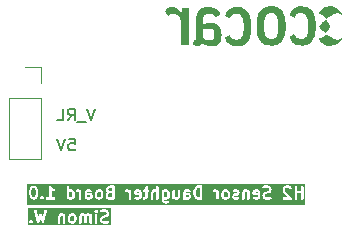
<source format=gbr>
%TF.GenerationSoftware,KiCad,Pcbnew,7.0.6*%
%TF.CreationDate,2023-12-01T18:18:27-07:00*%
%TF.ProjectId,modular sensor,6d6f6475-6c61-4722-9073-656e736f722e,1.0*%
%TF.SameCoordinates,Original*%
%TF.FileFunction,Legend,Bot*%
%TF.FilePolarity,Positive*%
%FSLAX46Y46*%
G04 Gerber Fmt 4.6, Leading zero omitted, Abs format (unit mm)*
G04 Created by KiCad (PCBNEW 7.0.6) date 2023-12-01 18:18:27*
%MOMM*%
%LPD*%
G01*
G04 APERTURE LIST*
%ADD10C,0.150000*%
%ADD11C,0.200000*%
%ADD12C,0.120000*%
G04 APERTURE END LIST*
D10*
X130733922Y-96151819D02*
X131210112Y-96151819D01*
X131210112Y-96151819D02*
X131257731Y-96628009D01*
X131257731Y-96628009D02*
X131210112Y-96580390D01*
X131210112Y-96580390D02*
X131114874Y-96532771D01*
X131114874Y-96532771D02*
X130876779Y-96532771D01*
X130876779Y-96532771D02*
X130781541Y-96580390D01*
X130781541Y-96580390D02*
X130733922Y-96628009D01*
X130733922Y-96628009D02*
X130686303Y-96723247D01*
X130686303Y-96723247D02*
X130686303Y-96961342D01*
X130686303Y-96961342D02*
X130733922Y-97056580D01*
X130733922Y-97056580D02*
X130781541Y-97104200D01*
X130781541Y-97104200D02*
X130876779Y-97151819D01*
X130876779Y-97151819D02*
X131114874Y-97151819D01*
X131114874Y-97151819D02*
X131210112Y-97104200D01*
X131210112Y-97104200D02*
X131257731Y-97056580D01*
X130400588Y-96151819D02*
X130067255Y-97151819D01*
X130067255Y-97151819D02*
X129733922Y-96151819D01*
D11*
G36*
X139018517Y-100676357D02*
G01*
X139043186Y-100701025D01*
X139072991Y-100760634D01*
X139072991Y-100999135D01*
X139043186Y-101058743D01*
X139018517Y-101083413D01*
X138958908Y-101113219D01*
X138815646Y-101113219D01*
X138796801Y-101103796D01*
X138796801Y-100655974D01*
X138815646Y-100646552D01*
X138958908Y-100646552D01*
X139018517Y-100676357D01*
G37*
G36*
X127828039Y-100343024D02*
G01*
X127852708Y-100367692D01*
X127888161Y-100438599D01*
X127930132Y-100606480D01*
X127930132Y-100819956D01*
X127888161Y-100987837D01*
X127852708Y-101058743D01*
X127828039Y-101083413D01*
X127768430Y-101113219D01*
X127720406Y-101113219D01*
X127660796Y-101083414D01*
X127636129Y-101058746D01*
X127600674Y-100987837D01*
X127558703Y-100819955D01*
X127558703Y-100606481D01*
X127600674Y-100438599D01*
X127636128Y-100367692D01*
X127660796Y-100343023D01*
X127720406Y-100313219D01*
X127768430Y-100313219D01*
X127828039Y-100343024D01*
G37*
G36*
X130970896Y-100676357D02*
G01*
X130995565Y-100701025D01*
X131025370Y-100760634D01*
X131025370Y-100999134D01*
X130995565Y-101058743D01*
X130970896Y-101083413D01*
X130911287Y-101113219D01*
X130768025Y-101113219D01*
X130749180Y-101103796D01*
X130749180Y-100655974D01*
X130768025Y-100646552D01*
X130911287Y-100646552D01*
X130970896Y-100676357D01*
G37*
G36*
X132527025Y-100954421D02*
G01*
X132549179Y-100998729D01*
X132549179Y-101046754D01*
X132527025Y-101091063D01*
X132482716Y-101113219D01*
X132291835Y-101113219D01*
X132272990Y-101103796D01*
X132272990Y-100932266D01*
X132482716Y-100932266D01*
X132527025Y-100954421D01*
G37*
G36*
X133399468Y-100676357D02*
G01*
X133424137Y-100701025D01*
X133453942Y-100760635D01*
X133453942Y-100999135D01*
X133424137Y-101058743D01*
X133399468Y-101083413D01*
X133339859Y-101113219D01*
X133244216Y-101113219D01*
X133184606Y-101083414D01*
X133159939Y-101058746D01*
X133130132Y-100999134D01*
X133130132Y-100760635D01*
X133159938Y-100701025D01*
X133184606Y-100676356D01*
X133244216Y-100646552D01*
X133339859Y-100646552D01*
X133399468Y-100676357D01*
G37*
G36*
X134406323Y-101113219D02*
G01*
X134148978Y-101113219D01*
X134089368Y-101083414D01*
X134064701Y-101058746D01*
X134034895Y-100999134D01*
X134034895Y-100903492D01*
X134064700Y-100843882D01*
X134084151Y-100824430D01*
X134189216Y-100789409D01*
X134406323Y-100789409D01*
X134406323Y-101113219D01*
G37*
G36*
X134406323Y-100589409D02*
G01*
X134196597Y-100589409D01*
X134136987Y-100559604D01*
X134112319Y-100534935D01*
X134082514Y-100475325D01*
X134082514Y-100427302D01*
X134112319Y-100367692D01*
X134136987Y-100343023D01*
X134196597Y-100313219D01*
X134406323Y-100313219D01*
X134406323Y-100589409D01*
G37*
G36*
X136669883Y-100668707D02*
G01*
X136692038Y-100713016D01*
X136692038Y-100757904D01*
X136420552Y-100703607D01*
X136438003Y-100668706D01*
X136482312Y-100646552D01*
X136625574Y-100646552D01*
X136669883Y-100668707D01*
G37*
G36*
X140860360Y-100954421D02*
G01*
X140882515Y-100998730D01*
X140882515Y-101046754D01*
X140860360Y-101091063D01*
X140816051Y-101113219D01*
X140625170Y-101113219D01*
X140606325Y-101103796D01*
X140606325Y-100932266D01*
X140816051Y-100932266D01*
X140860360Y-100954421D01*
G37*
G36*
X141834896Y-101113219D02*
G01*
X141713027Y-101113219D01*
X141607962Y-101078197D01*
X141540892Y-101011127D01*
X141505438Y-100940218D01*
X141463468Y-100772336D01*
X141463468Y-100654100D01*
X141505438Y-100486218D01*
X141540891Y-100415312D01*
X141607963Y-100348240D01*
X141713027Y-100313219D01*
X141834896Y-100313219D01*
X141834896Y-101113219D01*
G37*
G36*
X144113756Y-100676357D02*
G01*
X144138425Y-100701025D01*
X144168230Y-100760634D01*
X144168230Y-100999134D01*
X144138425Y-101058743D01*
X144113756Y-101083413D01*
X144054147Y-101113219D01*
X143958504Y-101113219D01*
X143898894Y-101083414D01*
X143874227Y-101058746D01*
X143844421Y-100999134D01*
X143844421Y-100760635D01*
X143874226Y-100701025D01*
X143898894Y-100676356D01*
X143958504Y-100646552D01*
X144054147Y-100646552D01*
X144113756Y-100676357D01*
G37*
G36*
X146717504Y-100668707D02*
G01*
X146739659Y-100713016D01*
X146739659Y-100757904D01*
X146468173Y-100703607D01*
X146485624Y-100668706D01*
X146529933Y-100646552D01*
X146673195Y-100646552D01*
X146717504Y-100668707D01*
G37*
G36*
X150749183Y-101789409D02*
G01*
X127215847Y-101789409D01*
X127215847Y-101356076D01*
X138596801Y-101356076D01*
X138603924Y-101377999D01*
X138607358Y-101400797D01*
X138654977Y-101496035D01*
X138666350Y-101507582D01*
X138673709Y-101522025D01*
X138721328Y-101569643D01*
X138735769Y-101577001D01*
X138747318Y-101588376D01*
X138842555Y-101635995D01*
X138865353Y-101639428D01*
X138887277Y-101646552D01*
X139030134Y-101646552D01*
X139052057Y-101639428D01*
X139074855Y-101635995D01*
X139170093Y-101588376D01*
X139214126Y-101545007D01*
X139224257Y-101484040D01*
X139196617Y-101428761D01*
X139141765Y-101400285D01*
X139080650Y-101409490D01*
X139006527Y-101446552D01*
X138910884Y-101446552D01*
X138851274Y-101416747D01*
X138826606Y-101392078D01*
X138796801Y-101332468D01*
X138796801Y-101313219D01*
X138982515Y-101313219D01*
X139004438Y-101306095D01*
X139027236Y-101302662D01*
X139122474Y-101255043D01*
X139134022Y-101243668D01*
X139148464Y-101236310D01*
X139171555Y-101213219D01*
X139501563Y-101213219D01*
X139520661Y-101271998D01*
X139570661Y-101308325D01*
X139632465Y-101308325D01*
X139664489Y-101285057D01*
X139699698Y-101302662D01*
X139722496Y-101306095D01*
X139744420Y-101313219D01*
X139887277Y-101313219D01*
X139909200Y-101306095D01*
X139931998Y-101302662D01*
X140027236Y-101255043D01*
X140027802Y-101254484D01*
X140028590Y-101254354D01*
X140049783Y-101232835D01*
X140069700Y-101213219D01*
X140406325Y-101213219D01*
X140425423Y-101271998D01*
X140475423Y-101308325D01*
X140537227Y-101308325D01*
X140549839Y-101299161D01*
X140556841Y-101302662D01*
X140579639Y-101306095D01*
X140601563Y-101313219D01*
X140839658Y-101313219D01*
X140861581Y-101306095D01*
X140884379Y-101302662D01*
X140979617Y-101255043D01*
X140980183Y-101254484D01*
X140980971Y-101254354D01*
X141002164Y-101232835D01*
X141023650Y-101211674D01*
X141023780Y-101210887D01*
X141024339Y-101210321D01*
X141071958Y-101115082D01*
X141075391Y-101092284D01*
X141082515Y-101070361D01*
X141082515Y-100975123D01*
X141075391Y-100953199D01*
X141071958Y-100930401D01*
X141024339Y-100835164D01*
X141023780Y-100834597D01*
X141023650Y-100833811D01*
X141002147Y-100812633D01*
X140980970Y-100791131D01*
X140980183Y-100791000D01*
X140979617Y-100790442D01*
X140968027Y-100784647D01*
X141263468Y-100784647D01*
X141267314Y-100796484D01*
X141266454Y-100808901D01*
X141314073Y-100999376D01*
X141319983Y-101008822D01*
X141321644Y-101019844D01*
X141369263Y-101115082D01*
X141380637Y-101126630D01*
X141387995Y-101141071D01*
X141483233Y-101236311D01*
X141503777Y-101246779D01*
X141522321Y-101260468D01*
X141665178Y-101308087D01*
X141681385Y-101308210D01*
X141696801Y-101313219D01*
X141934896Y-101313219D01*
X141949959Y-101308325D01*
X141965798Y-101308325D01*
X141978611Y-101299015D01*
X141993675Y-101294121D01*
X142002984Y-101281307D01*
X142015798Y-101271998D01*
X142020692Y-101256934D01*
X142030002Y-101244121D01*
X142030002Y-101228281D01*
X142034896Y-101213219D01*
X142034896Y-100577454D01*
X142935029Y-100577454D01*
X142971356Y-100627454D01*
X143030135Y-100646552D01*
X143101766Y-100646552D01*
X143161375Y-100676357D01*
X143186044Y-100701025D01*
X143215849Y-100760635D01*
X143215849Y-101213219D01*
X143234947Y-101271998D01*
X143284947Y-101308325D01*
X143346751Y-101308325D01*
X143396751Y-101271998D01*
X143415849Y-101213219D01*
X143415849Y-101022742D01*
X143644421Y-101022742D01*
X143651544Y-101044665D01*
X143654978Y-101067463D01*
X143702597Y-101162701D01*
X143713970Y-101174248D01*
X143721329Y-101188690D01*
X143768947Y-101236310D01*
X143783390Y-101243669D01*
X143794938Y-101255043D01*
X143890175Y-101302662D01*
X143912973Y-101306095D01*
X143934897Y-101313219D01*
X144077754Y-101313219D01*
X144099677Y-101306095D01*
X144122475Y-101302662D01*
X144217713Y-101255043D01*
X144229261Y-101243668D01*
X144243703Y-101236310D01*
X144291322Y-101188690D01*
X144298679Y-101174249D01*
X144310054Y-101162701D01*
X144356224Y-101070361D01*
X144549183Y-101070361D01*
X144556306Y-101092284D01*
X144559740Y-101115082D01*
X144607359Y-101210321D01*
X144607917Y-101210887D01*
X144608048Y-101211674D01*
X144629533Y-101232835D01*
X144650727Y-101254354D01*
X144651514Y-101254484D01*
X144652081Y-101255043D01*
X144747318Y-101302662D01*
X144770116Y-101306095D01*
X144792040Y-101313219D01*
X144982516Y-101313219D01*
X145004439Y-101306095D01*
X145027237Y-101302662D01*
X145122475Y-101255043D01*
X145164939Y-101213219D01*
X145406326Y-101213219D01*
X145425424Y-101271998D01*
X145475424Y-101308325D01*
X145537228Y-101308325D01*
X145587228Y-101271998D01*
X145606326Y-101213219D01*
X145606326Y-100713016D01*
X145628481Y-100668706D01*
X145672790Y-100646552D01*
X145768433Y-100646552D01*
X145828042Y-100676357D01*
X145834897Y-100683211D01*
X145834897Y-101213219D01*
X145853995Y-101271998D01*
X145903995Y-101308325D01*
X145965799Y-101308325D01*
X146015799Y-101271998D01*
X146034897Y-101213219D01*
X146034897Y-100784647D01*
X146263469Y-100784647D01*
X146265332Y-100790383D01*
X146264150Y-100796297D01*
X146274735Y-100819322D01*
X146282567Y-100843426D01*
X146287446Y-100846970D01*
X146289965Y-100852450D01*
X146312061Y-100864855D01*
X146332567Y-100879753D01*
X146338599Y-100879753D01*
X146343857Y-100882705D01*
X146739659Y-100961865D01*
X146739659Y-101046754D01*
X146717504Y-101091063D01*
X146673195Y-101113219D01*
X146529933Y-101113219D01*
X146455809Y-101076157D01*
X146394695Y-101066952D01*
X146339842Y-101095428D01*
X146312203Y-101150707D01*
X146322334Y-101211674D01*
X146366367Y-101255043D01*
X146461604Y-101302662D01*
X146484402Y-101306095D01*
X146506326Y-101313219D01*
X146696802Y-101313219D01*
X146718725Y-101306095D01*
X146741523Y-101302662D01*
X146836761Y-101255043D01*
X146837327Y-101254484D01*
X146838115Y-101254354D01*
X146859308Y-101232835D01*
X146880794Y-101211674D01*
X146880924Y-101210887D01*
X146881483Y-101210321D01*
X146929102Y-101115082D01*
X146932535Y-101092284D01*
X146939659Y-101070361D01*
X146939659Y-101022742D01*
X147120612Y-101022742D01*
X147127735Y-101044665D01*
X147131169Y-101067463D01*
X147178788Y-101162701D01*
X147190161Y-101174248D01*
X147197520Y-101188690D01*
X147245138Y-101236310D01*
X147259581Y-101243669D01*
X147271129Y-101255043D01*
X147366366Y-101302662D01*
X147389164Y-101306095D01*
X147411088Y-101313219D01*
X147649183Y-101313219D01*
X147664598Y-101308210D01*
X147680806Y-101308087D01*
X147823662Y-101260468D01*
X147873386Y-101223763D01*
X147892037Y-101164841D01*
X147872493Y-101106209D01*
X147822219Y-101070262D01*
X147760417Y-101070732D01*
X147632956Y-101113219D01*
X147434695Y-101113219D01*
X147375085Y-101083414D01*
X147350418Y-101058746D01*
X147320612Y-100999134D01*
X147320612Y-100951111D01*
X147350417Y-100891501D01*
X147375085Y-100866832D01*
X147445992Y-100831379D01*
X147625817Y-100786423D01*
X147635263Y-100780512D01*
X147646285Y-100778852D01*
X147741523Y-100731233D01*
X147753070Y-100719859D01*
X147767513Y-100712501D01*
X147815131Y-100664882D01*
X147822489Y-100650440D01*
X147833864Y-100638892D01*
X147881483Y-100543655D01*
X147884916Y-100520856D01*
X147892040Y-100498933D01*
X148834898Y-100498933D01*
X148839906Y-100514348D01*
X148840030Y-100530556D01*
X148887649Y-100673412D01*
X148901338Y-100691957D01*
X148911806Y-100712501D01*
X149312523Y-101113219D01*
X148934898Y-101113219D01*
X148876119Y-101132317D01*
X148839792Y-101182317D01*
X148839792Y-101244121D01*
X148876119Y-101294121D01*
X148934898Y-101313219D01*
X149553945Y-101313219D01*
X149576214Y-101305983D01*
X149599344Y-101302320D01*
X149605049Y-101296614D01*
X149612724Y-101294121D01*
X149626489Y-101275174D01*
X149643046Y-101258618D01*
X149644308Y-101250648D01*
X149649051Y-101244121D01*
X149649051Y-101220703D01*
X149650236Y-101213219D01*
X149834898Y-101213219D01*
X149853996Y-101271998D01*
X149903996Y-101308325D01*
X149965800Y-101308325D01*
X150015800Y-101271998D01*
X150034898Y-101213219D01*
X150034898Y-100789409D01*
X150406326Y-100789409D01*
X150406326Y-101213219D01*
X150425424Y-101271998D01*
X150475424Y-101308325D01*
X150537228Y-101308325D01*
X150587228Y-101271998D01*
X150606326Y-101213219D01*
X150606326Y-100213219D01*
X150587228Y-100154440D01*
X150537228Y-100118113D01*
X150475424Y-100118113D01*
X150425424Y-100154440D01*
X150406326Y-100213219D01*
X150406326Y-100589409D01*
X150034898Y-100589409D01*
X150034898Y-100213219D01*
X150015800Y-100154440D01*
X149965800Y-100118113D01*
X149903996Y-100118113D01*
X149853996Y-100154440D01*
X149834898Y-100213219D01*
X149834898Y-101213219D01*
X149650236Y-101213219D01*
X149652714Y-101197576D01*
X149649051Y-101190386D01*
X149649051Y-101182317D01*
X149635286Y-101163371D01*
X149624656Y-101142508D01*
X149069919Y-100587770D01*
X149034898Y-100482705D01*
X149034898Y-100427302D01*
X149064703Y-100367692D01*
X149089371Y-100343023D01*
X149148981Y-100313219D01*
X149339862Y-100313219D01*
X149399471Y-100343024D01*
X149435615Y-100379167D01*
X149490682Y-100407226D01*
X149551725Y-100397558D01*
X149595427Y-100353856D01*
X149605095Y-100292813D01*
X149577036Y-100237746D01*
X149529418Y-100190127D01*
X149514975Y-100182768D01*
X149503428Y-100171395D01*
X149408190Y-100123776D01*
X149385392Y-100120342D01*
X149363469Y-100113219D01*
X149125374Y-100113219D01*
X149103450Y-100120342D01*
X149080652Y-100123776D01*
X148985415Y-100171395D01*
X148973866Y-100182769D01*
X148959425Y-100190128D01*
X148911806Y-100237746D01*
X148904447Y-100252188D01*
X148893074Y-100263736D01*
X148845455Y-100358974D01*
X148842021Y-100381771D01*
X148834898Y-100403695D01*
X148834898Y-100498933D01*
X147892040Y-100498933D01*
X147892040Y-100403695D01*
X147884916Y-100381771D01*
X147881483Y-100358973D01*
X147833864Y-100263736D01*
X147822489Y-100252187D01*
X147815131Y-100237746D01*
X147767513Y-100190127D01*
X147753070Y-100182768D01*
X147741523Y-100171395D01*
X147646285Y-100123776D01*
X147623487Y-100120342D01*
X147601564Y-100113219D01*
X147363469Y-100113219D01*
X147348053Y-100118227D01*
X147331846Y-100118351D01*
X147188989Y-100165970D01*
X147139266Y-100202675D01*
X147120614Y-100261597D01*
X147140159Y-100320229D01*
X147190433Y-100356176D01*
X147252235Y-100355706D01*
X147379695Y-100313219D01*
X147577957Y-100313219D01*
X147637566Y-100343024D01*
X147662235Y-100367692D01*
X147692040Y-100427301D01*
X147692040Y-100475325D01*
X147662235Y-100534935D01*
X147637566Y-100559603D01*
X147566659Y-100595057D01*
X147386834Y-100640014D01*
X147377387Y-100645924D01*
X147366366Y-100647585D01*
X147271129Y-100695204D01*
X147259580Y-100706578D01*
X147245139Y-100713937D01*
X147197520Y-100761555D01*
X147190161Y-100775997D01*
X147178788Y-100787545D01*
X147131169Y-100882783D01*
X147127735Y-100905580D01*
X147120612Y-100927504D01*
X147120612Y-101022742D01*
X146939659Y-101022742D01*
X146939659Y-100689409D01*
X146932535Y-100667485D01*
X146929102Y-100644687D01*
X146881483Y-100549450D01*
X146880924Y-100548883D01*
X146880794Y-100548097D01*
X146859291Y-100526919D01*
X146838114Y-100505417D01*
X146837327Y-100505286D01*
X146836761Y-100504728D01*
X146741523Y-100457109D01*
X146718725Y-100453675D01*
X146696802Y-100446552D01*
X146506326Y-100446552D01*
X146484402Y-100453675D01*
X146461604Y-100457109D01*
X146366367Y-100504728D01*
X146365800Y-100505286D01*
X146365014Y-100505417D01*
X146343836Y-100526919D01*
X146322334Y-100548097D01*
X146322203Y-100548883D01*
X146321645Y-100549450D01*
X146274026Y-100644688D01*
X146270592Y-100667485D01*
X146263469Y-100689409D01*
X146263469Y-100784647D01*
X146034897Y-100784647D01*
X146034897Y-100546552D01*
X146015799Y-100487773D01*
X145965799Y-100451446D01*
X145903995Y-100451446D01*
X145871969Y-100474713D01*
X145836761Y-100457109D01*
X145813963Y-100453675D01*
X145792040Y-100446552D01*
X145649183Y-100446552D01*
X145627259Y-100453675D01*
X145604461Y-100457109D01*
X145509224Y-100504728D01*
X145508657Y-100505286D01*
X145507871Y-100505417D01*
X145486693Y-100526919D01*
X145465191Y-100548097D01*
X145465060Y-100548883D01*
X145464502Y-100549450D01*
X145416883Y-100644688D01*
X145413449Y-100667485D01*
X145406326Y-100689409D01*
X145406326Y-101213219D01*
X145164939Y-101213219D01*
X145166508Y-101211674D01*
X145176639Y-101150707D01*
X145148999Y-101095428D01*
X145094147Y-101066952D01*
X145033032Y-101076157D01*
X144958909Y-101113219D01*
X144815647Y-101113219D01*
X144771337Y-101091064D01*
X144749183Y-101046754D01*
X144749183Y-101046349D01*
X144771338Y-101002039D01*
X144815647Y-100979885D01*
X144934897Y-100979885D01*
X144956820Y-100972761D01*
X144979618Y-100969328D01*
X145074856Y-100921709D01*
X145075422Y-100921150D01*
X145076209Y-100921020D01*
X145097386Y-100899517D01*
X145118889Y-100878340D01*
X145119019Y-100877553D01*
X145119578Y-100876987D01*
X145167197Y-100781750D01*
X145170630Y-100758951D01*
X145177754Y-100737028D01*
X145177754Y-100689409D01*
X145170630Y-100667485D01*
X145167197Y-100644687D01*
X145119578Y-100549450D01*
X145119019Y-100548883D01*
X145118889Y-100548097D01*
X145097386Y-100526919D01*
X145076209Y-100505417D01*
X145075422Y-100505286D01*
X145074856Y-100504728D01*
X144979618Y-100457109D01*
X144956820Y-100453675D01*
X144934897Y-100446552D01*
X144792040Y-100446552D01*
X144770116Y-100453675D01*
X144747318Y-100457109D01*
X144652081Y-100504728D01*
X144608048Y-100548097D01*
X144597917Y-100609064D01*
X144625556Y-100664343D01*
X144680409Y-100692819D01*
X144741523Y-100683614D01*
X144815647Y-100646552D01*
X144911290Y-100646552D01*
X144955599Y-100668707D01*
X144977754Y-100713016D01*
X144977754Y-100713420D01*
X144955599Y-100757729D01*
X144911290Y-100779885D01*
X144792040Y-100779885D01*
X144770116Y-100787008D01*
X144747318Y-100790442D01*
X144652081Y-100838061D01*
X144651514Y-100838619D01*
X144650728Y-100838750D01*
X144629550Y-100860252D01*
X144608048Y-100881430D01*
X144607917Y-100882216D01*
X144607359Y-100882783D01*
X144559740Y-100978021D01*
X144556306Y-101000818D01*
X144549183Y-101022742D01*
X144549183Y-101070361D01*
X144356224Y-101070361D01*
X144357673Y-101067464D01*
X144361106Y-101044665D01*
X144368230Y-101022742D01*
X144368230Y-100737028D01*
X144361106Y-100715104D01*
X144357673Y-100692306D01*
X144310054Y-100597069D01*
X144298679Y-100585520D01*
X144291321Y-100571079D01*
X144243703Y-100523460D01*
X144229260Y-100516101D01*
X144217713Y-100504728D01*
X144122475Y-100457109D01*
X144099677Y-100453675D01*
X144077754Y-100446552D01*
X143934897Y-100446552D01*
X143912973Y-100453675D01*
X143890175Y-100457109D01*
X143794938Y-100504728D01*
X143783389Y-100516102D01*
X143768948Y-100523461D01*
X143721329Y-100571079D01*
X143713970Y-100585521D01*
X143702597Y-100597069D01*
X143654978Y-100692307D01*
X143651544Y-100715104D01*
X143644421Y-100737028D01*
X143644421Y-101022742D01*
X143415849Y-101022742D01*
X143415849Y-100546552D01*
X143396751Y-100487773D01*
X143346751Y-100451446D01*
X143284947Y-100451446D01*
X143234947Y-100487773D01*
X143234454Y-100489289D01*
X143170094Y-100457109D01*
X143147296Y-100453675D01*
X143125373Y-100446552D01*
X143030135Y-100446552D01*
X142971356Y-100465650D01*
X142935029Y-100515650D01*
X142935029Y-100577454D01*
X142034896Y-100577454D01*
X142034896Y-100213219D01*
X142030002Y-100198156D01*
X142030002Y-100182317D01*
X142020692Y-100169503D01*
X142015798Y-100154440D01*
X142002984Y-100145130D01*
X141993675Y-100132317D01*
X141978611Y-100127422D01*
X141965798Y-100118113D01*
X141949959Y-100118113D01*
X141934896Y-100113219D01*
X141696801Y-100113219D01*
X141681385Y-100118227D01*
X141665178Y-100118351D01*
X141522321Y-100165970D01*
X141503774Y-100179660D01*
X141483233Y-100190127D01*
X141387995Y-100285365D01*
X141380636Y-100299807D01*
X141369263Y-100311355D01*
X141321644Y-100406593D01*
X141319983Y-100417614D01*
X141314073Y-100427061D01*
X141266454Y-100617536D01*
X141267314Y-100629952D01*
X141263468Y-100641790D01*
X141263468Y-100784647D01*
X140968027Y-100784647D01*
X140884379Y-100742823D01*
X140861581Y-100739389D01*
X140839658Y-100732266D01*
X140625170Y-100732266D01*
X140606325Y-100722843D01*
X140606325Y-100713016D01*
X140628480Y-100668706D01*
X140672789Y-100646552D01*
X140816051Y-100646552D01*
X140890174Y-100683614D01*
X140951289Y-100692819D01*
X141006141Y-100664343D01*
X141033781Y-100609064D01*
X141023650Y-100548097D01*
X140979617Y-100504728D01*
X140884379Y-100457109D01*
X140861581Y-100453675D01*
X140839658Y-100446552D01*
X140649182Y-100446552D01*
X140627258Y-100453675D01*
X140604460Y-100457109D01*
X140509223Y-100504728D01*
X140508656Y-100505286D01*
X140507870Y-100505417D01*
X140486692Y-100526919D01*
X140465190Y-100548097D01*
X140465059Y-100548883D01*
X140464501Y-100549450D01*
X140416882Y-100644688D01*
X140413448Y-100667485D01*
X140406325Y-100689409D01*
X140406325Y-101213219D01*
X140069700Y-101213219D01*
X140071269Y-101211674D01*
X140071399Y-101210887D01*
X140071958Y-101210321D01*
X140119577Y-101115082D01*
X140123010Y-101092284D01*
X140130134Y-101070361D01*
X140130134Y-100546552D01*
X140111036Y-100487773D01*
X140061036Y-100451446D01*
X139999232Y-100451446D01*
X139949232Y-100487773D01*
X139930134Y-100546552D01*
X139930134Y-101046754D01*
X139907979Y-101091063D01*
X139863670Y-101113219D01*
X139768027Y-101113219D01*
X139708417Y-101083414D01*
X139701563Y-101076559D01*
X139701563Y-100546552D01*
X139682465Y-100487773D01*
X139632465Y-100451446D01*
X139570661Y-100451446D01*
X139520661Y-100487773D01*
X139501563Y-100546552D01*
X139501563Y-101213219D01*
X139171555Y-101213219D01*
X139196083Y-101188690D01*
X139203440Y-101174249D01*
X139214815Y-101162701D01*
X139262434Y-101067464D01*
X139265867Y-101044665D01*
X139272991Y-101022742D01*
X139272991Y-100737028D01*
X139265867Y-100715104D01*
X139262434Y-100692306D01*
X139214815Y-100597069D01*
X139203440Y-100585520D01*
X139196082Y-100571079D01*
X139148464Y-100523460D01*
X139134021Y-100516101D01*
X139122474Y-100504728D01*
X139027236Y-100457109D01*
X139004438Y-100453675D01*
X138982515Y-100446552D01*
X138792039Y-100446552D01*
X138770115Y-100453675D01*
X138747317Y-100457109D01*
X138740315Y-100460609D01*
X138727703Y-100451446D01*
X138665899Y-100451446D01*
X138615899Y-100487773D01*
X138596801Y-100546552D01*
X138596801Y-101356076D01*
X127215847Y-101356076D01*
X127215847Y-100832266D01*
X127358704Y-100832266D01*
X127362550Y-100844103D01*
X127361690Y-100856520D01*
X127409309Y-101046995D01*
X127415219Y-101056441D01*
X127416880Y-101067463D01*
X127464499Y-101162701D01*
X127475872Y-101174248D01*
X127483231Y-101188690D01*
X127530849Y-101236310D01*
X127545292Y-101243669D01*
X127556840Y-101255043D01*
X127652077Y-101302662D01*
X127674875Y-101306095D01*
X127696799Y-101313219D01*
X127792037Y-101313219D01*
X127813960Y-101306095D01*
X127836758Y-101302662D01*
X127931996Y-101255043D01*
X127943544Y-101243668D01*
X127957986Y-101236310D01*
X128005605Y-101188690D01*
X128012962Y-101174249D01*
X128024337Y-101162701D01*
X128030709Y-101149958D01*
X128312314Y-101149958D01*
X128314792Y-101165602D01*
X128312315Y-101181243D01*
X128319504Y-101195353D01*
X128321983Y-101211000D01*
X128333183Y-101222199D01*
X128340373Y-101236311D01*
X128387992Y-101283929D01*
X128402103Y-101291119D01*
X128413304Y-101302320D01*
X128421273Y-101303582D01*
X128427801Y-101308325D01*
X128435870Y-101308325D01*
X128443059Y-101311988D01*
X128458702Y-101309510D01*
X128474346Y-101311988D01*
X128481535Y-101308325D01*
X128489605Y-101308325D01*
X128496133Y-101303582D01*
X128504102Y-101302320D01*
X128515301Y-101291120D01*
X128529414Y-101283930D01*
X128569222Y-101244121D01*
X128792169Y-101244121D01*
X128828496Y-101294121D01*
X128887275Y-101313219D01*
X129458703Y-101313219D01*
X129517482Y-101294121D01*
X129553809Y-101244121D01*
X129553809Y-101213219D01*
X130549180Y-101213219D01*
X130568278Y-101271998D01*
X130618278Y-101308325D01*
X130680082Y-101308325D01*
X130692694Y-101299161D01*
X130699696Y-101302662D01*
X130722494Y-101306095D01*
X130744418Y-101313219D01*
X130934894Y-101313219D01*
X130956817Y-101306095D01*
X130979615Y-101302662D01*
X131074853Y-101255043D01*
X131086401Y-101243668D01*
X131100843Y-101236310D01*
X131148462Y-101188690D01*
X131155819Y-101174249D01*
X131167194Y-101162701D01*
X131214813Y-101067464D01*
X131218246Y-101044665D01*
X131225370Y-101022742D01*
X131225370Y-100737028D01*
X131218246Y-100715104D01*
X131214813Y-100692306D01*
X131167194Y-100597069D01*
X131155819Y-100585520D01*
X131151709Y-100577454D01*
X131315979Y-100577454D01*
X131352306Y-100627454D01*
X131411085Y-100646552D01*
X131482716Y-100646552D01*
X131542325Y-100676357D01*
X131566994Y-100701025D01*
X131596799Y-100760635D01*
X131596799Y-101213219D01*
X131615897Y-101271998D01*
X131665897Y-101308325D01*
X131727701Y-101308325D01*
X131777701Y-101271998D01*
X131796799Y-101213219D01*
X132072990Y-101213219D01*
X132092088Y-101271998D01*
X132142088Y-101308325D01*
X132203892Y-101308325D01*
X132216504Y-101299161D01*
X132223506Y-101302662D01*
X132246304Y-101306095D01*
X132268228Y-101313219D01*
X132506323Y-101313219D01*
X132528246Y-101306095D01*
X132551044Y-101302662D01*
X132646282Y-101255043D01*
X132646848Y-101254484D01*
X132647636Y-101254354D01*
X132668829Y-101232835D01*
X132690315Y-101211674D01*
X132690445Y-101210887D01*
X132691004Y-101210321D01*
X132738623Y-101115082D01*
X132742056Y-101092284D01*
X132749180Y-101070361D01*
X132749180Y-101022742D01*
X132930133Y-101022742D01*
X132937256Y-101044665D01*
X132940690Y-101067463D01*
X132988309Y-101162701D01*
X132999682Y-101174248D01*
X133007041Y-101188690D01*
X133054659Y-101236310D01*
X133069102Y-101243669D01*
X133080650Y-101255043D01*
X133175887Y-101302662D01*
X133198685Y-101306095D01*
X133220609Y-101313219D01*
X133363466Y-101313219D01*
X133385389Y-101306095D01*
X133408187Y-101302662D01*
X133503425Y-101255043D01*
X133514973Y-101243668D01*
X133529415Y-101236310D01*
X133577034Y-101188690D01*
X133584391Y-101174249D01*
X133595766Y-101162701D01*
X133643385Y-101067464D01*
X133646818Y-101044665D01*
X133653942Y-101022742D01*
X133834895Y-101022742D01*
X133842018Y-101044665D01*
X133845452Y-101067463D01*
X133893071Y-101162701D01*
X133904444Y-101174248D01*
X133911803Y-101188690D01*
X133959421Y-101236310D01*
X133973864Y-101243669D01*
X133985412Y-101255043D01*
X134080649Y-101302662D01*
X134103447Y-101306095D01*
X134125371Y-101313219D01*
X134506323Y-101313219D01*
X134521386Y-101308325D01*
X134537225Y-101308325D01*
X134550038Y-101299015D01*
X134565102Y-101294121D01*
X134574411Y-101281307D01*
X134587225Y-101271998D01*
X134592119Y-101256934D01*
X134601429Y-101244121D01*
X134601429Y-101228281D01*
X134606323Y-101213219D01*
X134606323Y-100577454D01*
X135506456Y-100577454D01*
X135542783Y-100627454D01*
X135601562Y-100646552D01*
X135673193Y-100646552D01*
X135732802Y-100676357D01*
X135757471Y-100701025D01*
X135787276Y-100760635D01*
X135787276Y-101213219D01*
X135806374Y-101271998D01*
X135856374Y-101308325D01*
X135918178Y-101308325D01*
X135968178Y-101271998D01*
X135987276Y-101213219D01*
X135987276Y-100784647D01*
X136215848Y-100784647D01*
X136217711Y-100790383D01*
X136216529Y-100796297D01*
X136227114Y-100819322D01*
X136234946Y-100843426D01*
X136239825Y-100846970D01*
X136242344Y-100852450D01*
X136264440Y-100864855D01*
X136284946Y-100879753D01*
X136290978Y-100879753D01*
X136296236Y-100882705D01*
X136692038Y-100961865D01*
X136692038Y-101046754D01*
X136669883Y-101091063D01*
X136625574Y-101113219D01*
X136482312Y-101113219D01*
X136408188Y-101076157D01*
X136347074Y-101066952D01*
X136292221Y-101095428D01*
X136264582Y-101150707D01*
X136274713Y-101211674D01*
X136318746Y-101255043D01*
X136413983Y-101302662D01*
X136436781Y-101306095D01*
X136458705Y-101313219D01*
X136649181Y-101313219D01*
X136671104Y-101306095D01*
X136693902Y-101302662D01*
X136789140Y-101255043D01*
X136789706Y-101254484D01*
X136790494Y-101254354D01*
X136800572Y-101244121D01*
X136982647Y-101244121D01*
X137018974Y-101294121D01*
X137077753Y-101313219D01*
X137172991Y-101313219D01*
X137194914Y-101306095D01*
X137217712Y-101302662D01*
X137312950Y-101255043D01*
X137313516Y-101254484D01*
X137314304Y-101254354D01*
X137335497Y-101232835D01*
X137355414Y-101213219D01*
X137692039Y-101213219D01*
X137711137Y-101271998D01*
X137761137Y-101308325D01*
X137822941Y-101308325D01*
X137872941Y-101271998D01*
X137892039Y-101213219D01*
X137892039Y-100713016D01*
X137914194Y-100668706D01*
X137958503Y-100646552D01*
X138054146Y-100646552D01*
X138113755Y-100676357D01*
X138120610Y-100683211D01*
X138120610Y-101213219D01*
X138139708Y-101271998D01*
X138189708Y-101308325D01*
X138251512Y-101308325D01*
X138301512Y-101271998D01*
X138320610Y-101213219D01*
X138320610Y-100213219D01*
X138301512Y-100154440D01*
X138251512Y-100118113D01*
X138189708Y-100118113D01*
X138139708Y-100154440D01*
X138120610Y-100213219D01*
X138120610Y-100456828D01*
X138099676Y-100453675D01*
X138077753Y-100446552D01*
X137934896Y-100446552D01*
X137912972Y-100453675D01*
X137890174Y-100457109D01*
X137794937Y-100504728D01*
X137794370Y-100505286D01*
X137793584Y-100505417D01*
X137772406Y-100526919D01*
X137750904Y-100548097D01*
X137750773Y-100548883D01*
X137750215Y-100549450D01*
X137702596Y-100644688D01*
X137699162Y-100667485D01*
X137692039Y-100689409D01*
X137692039Y-101213219D01*
X137355414Y-101213219D01*
X137356983Y-101211674D01*
X137357113Y-101210887D01*
X137357672Y-101210321D01*
X137405291Y-101115082D01*
X137408724Y-101092284D01*
X137415848Y-101070361D01*
X137415848Y-100646552D01*
X137458705Y-100646552D01*
X137517484Y-100627454D01*
X137553811Y-100577454D01*
X137553811Y-100515650D01*
X137517484Y-100465650D01*
X137458705Y-100446552D01*
X137415848Y-100446552D01*
X137415848Y-100213219D01*
X137396750Y-100154440D01*
X137346750Y-100118113D01*
X137284946Y-100118113D01*
X137234946Y-100154440D01*
X137215848Y-100213219D01*
X137215848Y-100446552D01*
X137077753Y-100446552D01*
X137018974Y-100465650D01*
X136982647Y-100515650D01*
X136982647Y-100577454D01*
X137018974Y-100627454D01*
X137077753Y-100646552D01*
X137215848Y-100646552D01*
X137215848Y-101046754D01*
X137193693Y-101091063D01*
X137149384Y-101113219D01*
X137077753Y-101113219D01*
X137018974Y-101132317D01*
X136982647Y-101182317D01*
X136982647Y-101244121D01*
X136800572Y-101244121D01*
X136811687Y-101232835D01*
X136833173Y-101211674D01*
X136833303Y-101210887D01*
X136833862Y-101210321D01*
X136881481Y-101115082D01*
X136884914Y-101092284D01*
X136892038Y-101070361D01*
X136892038Y-100689409D01*
X136884914Y-100667485D01*
X136881481Y-100644687D01*
X136833862Y-100549450D01*
X136833303Y-100548883D01*
X136833173Y-100548097D01*
X136811670Y-100526919D01*
X136790493Y-100505417D01*
X136789706Y-100505286D01*
X136789140Y-100504728D01*
X136693902Y-100457109D01*
X136671104Y-100453675D01*
X136649181Y-100446552D01*
X136458705Y-100446552D01*
X136436781Y-100453675D01*
X136413983Y-100457109D01*
X136318746Y-100504728D01*
X136318179Y-100505286D01*
X136317393Y-100505417D01*
X136296215Y-100526919D01*
X136274713Y-100548097D01*
X136274582Y-100548883D01*
X136274024Y-100549450D01*
X136226405Y-100644688D01*
X136222971Y-100667485D01*
X136215848Y-100689409D01*
X136215848Y-100784647D01*
X135987276Y-100784647D01*
X135987276Y-100546552D01*
X135968178Y-100487773D01*
X135918178Y-100451446D01*
X135856374Y-100451446D01*
X135806374Y-100487773D01*
X135805881Y-100489289D01*
X135741521Y-100457109D01*
X135718723Y-100453675D01*
X135696800Y-100446552D01*
X135601562Y-100446552D01*
X135542783Y-100465650D01*
X135506456Y-100515650D01*
X135506456Y-100577454D01*
X134606323Y-100577454D01*
X134606323Y-100213219D01*
X134601429Y-100198156D01*
X134601429Y-100182317D01*
X134592119Y-100169503D01*
X134587225Y-100154440D01*
X134574411Y-100145130D01*
X134565102Y-100132317D01*
X134550038Y-100127422D01*
X134537225Y-100118113D01*
X134521386Y-100118113D01*
X134506323Y-100113219D01*
X134172990Y-100113219D01*
X134151066Y-100120342D01*
X134128268Y-100123776D01*
X134033031Y-100171395D01*
X134021482Y-100182769D01*
X134007041Y-100190128D01*
X133959422Y-100237746D01*
X133952063Y-100252188D01*
X133940690Y-100263736D01*
X133893071Y-100358974D01*
X133889637Y-100381771D01*
X133882514Y-100403695D01*
X133882514Y-100498933D01*
X133889637Y-100520856D01*
X133893071Y-100543654D01*
X133940690Y-100638892D01*
X133952063Y-100650439D01*
X133959422Y-100664882D01*
X133960373Y-100665833D01*
X133959422Y-100666318D01*
X133911803Y-100713936D01*
X133904444Y-100728378D01*
X133893071Y-100739926D01*
X133845452Y-100835164D01*
X133842018Y-100857961D01*
X133834895Y-100879885D01*
X133834895Y-101022742D01*
X133653942Y-101022742D01*
X133653942Y-100737028D01*
X133646818Y-100715104D01*
X133643385Y-100692306D01*
X133595766Y-100597069D01*
X133584391Y-100585520D01*
X133577033Y-100571079D01*
X133529415Y-100523460D01*
X133514972Y-100516101D01*
X133503425Y-100504728D01*
X133408187Y-100457109D01*
X133385389Y-100453675D01*
X133363466Y-100446552D01*
X133220609Y-100446552D01*
X133198685Y-100453675D01*
X133175887Y-100457109D01*
X133080650Y-100504728D01*
X133069101Y-100516102D01*
X133054660Y-100523461D01*
X133007041Y-100571079D01*
X132999682Y-100585521D01*
X132988309Y-100597069D01*
X132940690Y-100692307D01*
X132937256Y-100715104D01*
X132930133Y-100737028D01*
X132930133Y-101022742D01*
X132749180Y-101022742D01*
X132749180Y-100975123D01*
X132742056Y-100953199D01*
X132738623Y-100930401D01*
X132691004Y-100835164D01*
X132690445Y-100834597D01*
X132690315Y-100833811D01*
X132668812Y-100812633D01*
X132647635Y-100791131D01*
X132646848Y-100791000D01*
X132646282Y-100790442D01*
X132551044Y-100742823D01*
X132528246Y-100739389D01*
X132506323Y-100732266D01*
X132291835Y-100732266D01*
X132272990Y-100722843D01*
X132272990Y-100713016D01*
X132295145Y-100668706D01*
X132339454Y-100646552D01*
X132482716Y-100646552D01*
X132556839Y-100683614D01*
X132617954Y-100692819D01*
X132672806Y-100664343D01*
X132700446Y-100609064D01*
X132690315Y-100548097D01*
X132646282Y-100504728D01*
X132551044Y-100457109D01*
X132528246Y-100453675D01*
X132506323Y-100446552D01*
X132315847Y-100446552D01*
X132293923Y-100453675D01*
X132271125Y-100457109D01*
X132175888Y-100504728D01*
X132175321Y-100505286D01*
X132174535Y-100505417D01*
X132153357Y-100526919D01*
X132131855Y-100548097D01*
X132131724Y-100548883D01*
X132131166Y-100549450D01*
X132083547Y-100644688D01*
X132080113Y-100667485D01*
X132072990Y-100689409D01*
X132072990Y-101213219D01*
X131796799Y-101213219D01*
X131796799Y-100546552D01*
X131777701Y-100487773D01*
X131727701Y-100451446D01*
X131665897Y-100451446D01*
X131615897Y-100487773D01*
X131615404Y-100489289D01*
X131551044Y-100457109D01*
X131528246Y-100453675D01*
X131506323Y-100446552D01*
X131411085Y-100446552D01*
X131352306Y-100465650D01*
X131315979Y-100515650D01*
X131315979Y-100577454D01*
X131151709Y-100577454D01*
X131148461Y-100571079D01*
X131100843Y-100523460D01*
X131086400Y-100516101D01*
X131074853Y-100504728D01*
X130979615Y-100457109D01*
X130956817Y-100453675D01*
X130934894Y-100446552D01*
X130749180Y-100446552D01*
X130749180Y-100213219D01*
X130730082Y-100154440D01*
X130680082Y-100118113D01*
X130618278Y-100118113D01*
X130568278Y-100154440D01*
X130549180Y-100213219D01*
X130549180Y-101213219D01*
X129553809Y-101213219D01*
X129553809Y-101182317D01*
X129517482Y-101132317D01*
X129458703Y-101113219D01*
X129272989Y-101113219D01*
X129272989Y-100502260D01*
X129292754Y-100522025D01*
X129307196Y-100529383D01*
X129318744Y-100540757D01*
X129413981Y-100588376D01*
X129475096Y-100597581D01*
X129529948Y-100569105D01*
X129557588Y-100513826D01*
X129547457Y-100452859D01*
X129503424Y-100409490D01*
X129422702Y-100369129D01*
X129345937Y-100292365D01*
X129256194Y-100157749D01*
X129254542Y-100156443D01*
X129253891Y-100154440D01*
X129230433Y-100137397D01*
X129207699Y-100119436D01*
X129205595Y-100119351D01*
X129203891Y-100118113D01*
X129174901Y-100118113D01*
X129145946Y-100116945D01*
X129144194Y-100118113D01*
X129142087Y-100118113D01*
X129118632Y-100135153D01*
X129094522Y-100151227D01*
X129093791Y-100153201D01*
X129092087Y-100154440D01*
X129083131Y-100182003D01*
X129073070Y-100209188D01*
X129073639Y-100211216D01*
X129072989Y-100213219D01*
X129072989Y-101113219D01*
X128887275Y-101113219D01*
X128828496Y-101132317D01*
X128792169Y-101182317D01*
X128792169Y-101244121D01*
X128569222Y-101244121D01*
X128577032Y-101236311D01*
X128584221Y-101222200D01*
X128595423Y-101211000D01*
X128597900Y-101195354D01*
X128605091Y-101181244D01*
X128602613Y-101165600D01*
X128605091Y-101149958D01*
X128597900Y-101135846D01*
X128595423Y-101120201D01*
X128584222Y-101109000D01*
X128577033Y-101094890D01*
X128529414Y-101047270D01*
X128515301Y-101040079D01*
X128504101Y-101028879D01*
X128496133Y-101027617D01*
X128489605Y-101022874D01*
X128481536Y-101022874D01*
X128474347Y-101019211D01*
X128458702Y-101021688D01*
X128443059Y-101019211D01*
X128435870Y-101022874D01*
X128427801Y-101022874D01*
X128421274Y-101027615D01*
X128413305Y-101028878D01*
X128402103Y-101040079D01*
X128387991Y-101047270D01*
X128340373Y-101094890D01*
X128333182Y-101109001D01*
X128321983Y-101120201D01*
X128319505Y-101135844D01*
X128312314Y-101149958D01*
X128030709Y-101149958D01*
X128071956Y-101067464D01*
X128073616Y-101056442D01*
X128079527Y-101046996D01*
X128127146Y-100856520D01*
X128126285Y-100844103D01*
X128130132Y-100832266D01*
X128130132Y-100594171D01*
X128126285Y-100582333D01*
X128127146Y-100569917D01*
X128079527Y-100379441D01*
X128073616Y-100369994D01*
X128071956Y-100358973D01*
X128024337Y-100263736D01*
X128012962Y-100252187D01*
X128005604Y-100237746D01*
X127957986Y-100190127D01*
X127943543Y-100182768D01*
X127931996Y-100171395D01*
X127836758Y-100123776D01*
X127813960Y-100120342D01*
X127792037Y-100113219D01*
X127696799Y-100113219D01*
X127674875Y-100120342D01*
X127652077Y-100123776D01*
X127556840Y-100171395D01*
X127545291Y-100182769D01*
X127530850Y-100190128D01*
X127483231Y-100237746D01*
X127475872Y-100252188D01*
X127464499Y-100263736D01*
X127416880Y-100358974D01*
X127415219Y-100369995D01*
X127409309Y-100379442D01*
X127361690Y-100569917D01*
X127362550Y-100582333D01*
X127358704Y-100594171D01*
X127358704Y-100832266D01*
X127215847Y-100832266D01*
X127215847Y-99970362D01*
X150749183Y-99970362D01*
X150749183Y-101789409D01*
G37*
D10*
X132972017Y-93611819D02*
X132638684Y-94611819D01*
X132638684Y-94611819D02*
X132305351Y-93611819D01*
X132210113Y-94707057D02*
X131448208Y-94707057D01*
X130638684Y-94611819D02*
X130972017Y-94135628D01*
X131210112Y-94611819D02*
X131210112Y-93611819D01*
X131210112Y-93611819D02*
X130829160Y-93611819D01*
X130829160Y-93611819D02*
X130733922Y-93659438D01*
X130733922Y-93659438D02*
X130686303Y-93707057D01*
X130686303Y-93707057D02*
X130638684Y-93802295D01*
X130638684Y-93802295D02*
X130638684Y-93945152D01*
X130638684Y-93945152D02*
X130686303Y-94040390D01*
X130686303Y-94040390D02*
X130733922Y-94088009D01*
X130733922Y-94088009D02*
X130829160Y-94135628D01*
X130829160Y-94135628D02*
X131210112Y-94135628D01*
X129733922Y-94611819D02*
X130210112Y-94611819D01*
X130210112Y-94611819D02*
X130210112Y-93611819D01*
D11*
G36*
X131127567Y-102708357D02*
G01*
X131152236Y-102733025D01*
X131182041Y-102792635D01*
X131182041Y-103031134D01*
X131152236Y-103090743D01*
X131127567Y-103115413D01*
X131067958Y-103145219D01*
X130972315Y-103145219D01*
X130912705Y-103115414D01*
X130888038Y-103090746D01*
X130858232Y-103031134D01*
X130858232Y-102792635D01*
X130888037Y-102733025D01*
X130912705Y-102708356D01*
X130972315Y-102678552D01*
X131067958Y-102678552D01*
X131127567Y-102708357D01*
G37*
G36*
X134286802Y-103488076D02*
G01*
X127230890Y-103488076D01*
X127230890Y-103181958D01*
X127373747Y-103181958D01*
X127376225Y-103197602D01*
X127373748Y-103213243D01*
X127380937Y-103227353D01*
X127383416Y-103243000D01*
X127394616Y-103254199D01*
X127401806Y-103268311D01*
X127449425Y-103315929D01*
X127463536Y-103323119D01*
X127474737Y-103334320D01*
X127482706Y-103335582D01*
X127489234Y-103340325D01*
X127497303Y-103340325D01*
X127504492Y-103343988D01*
X127520135Y-103341510D01*
X127535779Y-103343988D01*
X127542968Y-103340325D01*
X127551038Y-103340325D01*
X127557566Y-103335582D01*
X127565535Y-103334320D01*
X127576734Y-103323120D01*
X127590847Y-103315930D01*
X127638465Y-103268311D01*
X127645654Y-103254200D01*
X127656856Y-103243000D01*
X127659333Y-103227354D01*
X127666524Y-103213244D01*
X127664046Y-103197600D01*
X127666524Y-103181958D01*
X127659333Y-103167846D01*
X127656856Y-103152201D01*
X127645655Y-103141000D01*
X127638466Y-103126890D01*
X127590847Y-103079270D01*
X127576734Y-103072079D01*
X127565534Y-103060879D01*
X127557566Y-103059617D01*
X127551038Y-103054874D01*
X127542969Y-103054874D01*
X127535780Y-103051211D01*
X127520135Y-103053688D01*
X127504492Y-103051211D01*
X127497303Y-103054874D01*
X127489234Y-103054874D01*
X127482707Y-103059615D01*
X127474738Y-103060878D01*
X127463536Y-103072079D01*
X127449424Y-103079270D01*
X127401806Y-103126890D01*
X127394615Y-103141001D01*
X127383416Y-103152201D01*
X127380938Y-103167844D01*
X127373747Y-103181958D01*
X127230890Y-103181958D01*
X127230890Y-102268381D01*
X127803808Y-102268381D01*
X128041903Y-103268381D01*
X128045499Y-103274274D01*
X128045869Y-103281168D01*
X128061321Y-103300204D01*
X128074096Y-103321138D01*
X128080469Y-103323792D01*
X128084820Y-103329151D01*
X128108512Y-103335469D01*
X128131151Y-103344896D01*
X128137866Y-103343297D01*
X128144537Y-103345076D01*
X128167421Y-103336260D01*
X128191274Y-103330581D01*
X128195766Y-103325340D01*
X128202209Y-103322859D01*
X128215540Y-103302276D01*
X128231500Y-103283661D01*
X128232054Y-103276779D01*
X128235808Y-103270985D01*
X128329660Y-102919038D01*
X128423513Y-103270986D01*
X128427265Y-103276779D01*
X128427820Y-103283661D01*
X128443780Y-103302277D01*
X128457111Y-103322859D01*
X128463553Y-103325340D01*
X128468046Y-103330581D01*
X128491898Y-103336260D01*
X128514783Y-103345076D01*
X128521453Y-103343297D01*
X128528169Y-103344896D01*
X128550803Y-103335470D01*
X128574500Y-103329152D01*
X128578851Y-103323791D01*
X128585224Y-103321138D01*
X128597995Y-103300208D01*
X128613452Y-103281168D01*
X128613821Y-103274273D01*
X128617417Y-103268381D01*
X128622932Y-103245219D01*
X129801089Y-103245219D01*
X129820187Y-103303998D01*
X129870187Y-103340325D01*
X129931991Y-103340325D01*
X129981991Y-103303998D01*
X130001089Y-103245219D01*
X130001088Y-102745016D01*
X130023244Y-102700706D01*
X130067553Y-102678552D01*
X130163196Y-102678552D01*
X130222805Y-102708357D01*
X130229660Y-102715211D01*
X130229660Y-103245219D01*
X130248758Y-103303998D01*
X130298758Y-103340325D01*
X130360562Y-103340325D01*
X130410562Y-103303998D01*
X130429660Y-103245219D01*
X130429660Y-103054742D01*
X130658232Y-103054742D01*
X130665355Y-103076665D01*
X130668789Y-103099463D01*
X130716408Y-103194701D01*
X130727781Y-103206248D01*
X130735140Y-103220690D01*
X130782758Y-103268310D01*
X130797201Y-103275669D01*
X130808749Y-103287043D01*
X130903986Y-103334662D01*
X130926784Y-103338095D01*
X130948708Y-103345219D01*
X131091565Y-103345219D01*
X131113488Y-103338095D01*
X131136286Y-103334662D01*
X131231524Y-103287043D01*
X131243072Y-103275668D01*
X131257514Y-103268310D01*
X131280605Y-103245219D01*
X131610612Y-103245219D01*
X131629710Y-103303998D01*
X131679710Y-103340325D01*
X131741514Y-103340325D01*
X131791514Y-103303998D01*
X131810612Y-103245219D01*
X131810612Y-102745016D01*
X131832767Y-102700706D01*
X131877077Y-102678552D01*
X131972720Y-102678552D01*
X132017029Y-102700707D01*
X132039184Y-102745015D01*
X132039184Y-103245219D01*
X132058282Y-103303998D01*
X132108282Y-103340325D01*
X132170086Y-103340325D01*
X132220086Y-103303998D01*
X132239184Y-103245219D01*
X132239184Y-102745016D01*
X132261339Y-102700706D01*
X132305648Y-102678552D01*
X132401291Y-102678552D01*
X132460900Y-102708357D01*
X132467755Y-102715211D01*
X132467755Y-103245219D01*
X132486853Y-103303998D01*
X132536853Y-103340325D01*
X132598657Y-103340325D01*
X132648657Y-103303998D01*
X132667755Y-103245219D01*
X132943945Y-103245219D01*
X132963043Y-103303998D01*
X133013043Y-103340325D01*
X133074847Y-103340325D01*
X133124847Y-103303998D01*
X133143945Y-103245219D01*
X133143945Y-103054742D01*
X133372517Y-103054742D01*
X133379640Y-103076665D01*
X133383074Y-103099463D01*
X133430693Y-103194701D01*
X133442066Y-103206248D01*
X133449425Y-103220690D01*
X133497043Y-103268310D01*
X133511486Y-103275669D01*
X133523034Y-103287043D01*
X133618271Y-103334662D01*
X133641069Y-103338095D01*
X133662993Y-103345219D01*
X133901088Y-103345219D01*
X133916503Y-103340210D01*
X133932711Y-103340087D01*
X134075567Y-103292468D01*
X134125291Y-103255763D01*
X134143942Y-103196841D01*
X134124398Y-103138209D01*
X134074124Y-103102262D01*
X134012322Y-103102732D01*
X133884861Y-103145219D01*
X133686600Y-103145219D01*
X133626990Y-103115414D01*
X133602323Y-103090746D01*
X133572517Y-103031134D01*
X133572517Y-102983111D01*
X133602322Y-102923501D01*
X133626990Y-102898832D01*
X133697897Y-102863379D01*
X133877722Y-102818423D01*
X133887168Y-102812512D01*
X133898190Y-102810852D01*
X133993428Y-102763233D01*
X134004975Y-102751859D01*
X134019418Y-102744501D01*
X134067036Y-102696882D01*
X134074394Y-102682440D01*
X134085769Y-102670892D01*
X134133388Y-102575655D01*
X134136821Y-102552856D01*
X134143945Y-102530933D01*
X134143945Y-102435695D01*
X134136821Y-102413771D01*
X134133388Y-102390973D01*
X134085769Y-102295736D01*
X134074394Y-102284187D01*
X134067036Y-102269746D01*
X134019418Y-102222127D01*
X134004975Y-102214768D01*
X133993428Y-102203395D01*
X133898190Y-102155776D01*
X133875392Y-102152342D01*
X133853469Y-102145219D01*
X133615374Y-102145219D01*
X133599958Y-102150227D01*
X133583751Y-102150351D01*
X133440894Y-102197970D01*
X133391171Y-102234675D01*
X133372519Y-102293597D01*
X133392064Y-102352229D01*
X133442338Y-102388176D01*
X133504140Y-102387706D01*
X133631600Y-102345219D01*
X133829862Y-102345219D01*
X133889471Y-102375024D01*
X133914140Y-102399692D01*
X133943944Y-102459301D01*
X133943944Y-102507326D01*
X133914140Y-102566935D01*
X133889471Y-102591603D01*
X133818564Y-102627057D01*
X133638739Y-102672014D01*
X133629292Y-102677924D01*
X133618271Y-102679585D01*
X133523034Y-102727204D01*
X133511485Y-102738578D01*
X133497044Y-102745937D01*
X133449425Y-102793555D01*
X133442066Y-102807997D01*
X133430693Y-102819545D01*
X133383074Y-102914783D01*
X133379640Y-102937580D01*
X133372517Y-102959504D01*
X133372517Y-103054742D01*
X133143945Y-103054742D01*
X133143945Y-102578552D01*
X133124847Y-102519773D01*
X133074847Y-102483446D01*
X133013043Y-102483446D01*
X132963043Y-102519773D01*
X132943945Y-102578552D01*
X132943945Y-103245219D01*
X132667755Y-103245219D01*
X132667755Y-102578552D01*
X132648657Y-102519773D01*
X132598657Y-102483446D01*
X132536853Y-102483446D01*
X132504827Y-102506713D01*
X132469619Y-102489109D01*
X132446821Y-102485675D01*
X132424898Y-102478552D01*
X132282041Y-102478552D01*
X132260117Y-102485675D01*
X132237319Y-102489109D01*
X132142082Y-102536728D01*
X132141515Y-102537286D01*
X132140729Y-102537417D01*
X132139184Y-102538985D01*
X132137639Y-102537417D01*
X132136852Y-102537286D01*
X132136286Y-102536728D01*
X132041048Y-102489109D01*
X132018250Y-102485675D01*
X131996327Y-102478552D01*
X131853470Y-102478552D01*
X131831546Y-102485675D01*
X131808749Y-102489109D01*
X131713510Y-102536728D01*
X131712943Y-102537286D01*
X131712157Y-102537417D01*
X131690995Y-102558902D01*
X131669477Y-102580096D01*
X131669346Y-102580883D01*
X131668788Y-102581450D01*
X131621169Y-102676688D01*
X131617735Y-102699485D01*
X131610612Y-102721409D01*
X131610612Y-103245219D01*
X131280605Y-103245219D01*
X131305133Y-103220690D01*
X131312490Y-103206249D01*
X131323865Y-103194701D01*
X131371484Y-103099464D01*
X131374917Y-103076665D01*
X131382041Y-103054742D01*
X131382041Y-102769028D01*
X131374917Y-102747104D01*
X131371484Y-102724306D01*
X131323865Y-102629069D01*
X131312490Y-102617520D01*
X131305132Y-102603079D01*
X131257514Y-102555460D01*
X131243071Y-102548101D01*
X131231524Y-102536728D01*
X131136286Y-102489109D01*
X131113488Y-102485675D01*
X131091565Y-102478552D01*
X130948708Y-102478552D01*
X130926784Y-102485675D01*
X130903986Y-102489109D01*
X130808749Y-102536728D01*
X130797200Y-102548102D01*
X130782759Y-102555461D01*
X130735140Y-102603079D01*
X130727781Y-102617521D01*
X130716408Y-102629069D01*
X130668789Y-102724307D01*
X130665355Y-102747104D01*
X130658232Y-102769028D01*
X130658232Y-103054742D01*
X130429660Y-103054742D01*
X130429660Y-102578552D01*
X130410562Y-102519773D01*
X130360562Y-102483446D01*
X130298758Y-102483446D01*
X130266732Y-102506713D01*
X130231524Y-102489109D01*
X130208726Y-102485675D01*
X130186803Y-102478552D01*
X130043946Y-102478552D01*
X130022022Y-102485675D01*
X129999224Y-102489109D01*
X129903987Y-102536728D01*
X129903420Y-102537286D01*
X129902634Y-102537417D01*
X129881456Y-102558919D01*
X129859954Y-102580097D01*
X129859823Y-102580883D01*
X129859265Y-102581450D01*
X129811646Y-102676688D01*
X129808212Y-102699485D01*
X129801089Y-102721409D01*
X129801089Y-103245219D01*
X128622932Y-103245219D01*
X128845964Y-102308481D01*
X132897557Y-102308481D01*
X132904747Y-102322592D01*
X132907225Y-102338237D01*
X132918424Y-102349436D01*
X132925615Y-102363549D01*
X132973234Y-102411167D01*
X132987345Y-102418357D01*
X132998546Y-102429558D01*
X133006515Y-102430820D01*
X133013043Y-102435563D01*
X133021112Y-102435563D01*
X133028301Y-102439226D01*
X133043944Y-102436748D01*
X133059588Y-102439226D01*
X133066777Y-102435563D01*
X133074847Y-102435563D01*
X133081375Y-102430820D01*
X133089344Y-102429558D01*
X133100543Y-102418358D01*
X133114656Y-102411168D01*
X133162274Y-102363549D01*
X133169464Y-102349437D01*
X133180665Y-102338237D01*
X133183142Y-102322593D01*
X133190333Y-102308482D01*
X133187855Y-102292837D01*
X133190333Y-102277194D01*
X133183142Y-102263082D01*
X133180665Y-102247439D01*
X133169464Y-102236238D01*
X133162274Y-102222127D01*
X133114656Y-102174508D01*
X133100543Y-102167317D01*
X133089344Y-102156118D01*
X133081375Y-102154855D01*
X133074847Y-102150113D01*
X133066777Y-102150113D01*
X133059588Y-102146450D01*
X133043944Y-102148927D01*
X133028301Y-102146450D01*
X133021112Y-102150113D01*
X133013043Y-102150113D01*
X133006515Y-102154855D01*
X132998546Y-102156118D01*
X132987345Y-102167318D01*
X132973234Y-102174509D01*
X132925615Y-102222127D01*
X132918424Y-102236239D01*
X132907225Y-102247439D01*
X132904747Y-102263083D01*
X132897557Y-102277195D01*
X132900034Y-102292837D01*
X132897557Y-102308481D01*
X128845964Y-102308481D01*
X128855512Y-102268381D01*
X128850547Y-102206777D01*
X128810321Y-102159857D01*
X128750198Y-102145542D01*
X128693143Y-102169300D01*
X128660950Y-102222057D01*
X128514647Y-102836529D01*
X128426284Y-102505167D01*
X128423272Y-102500517D01*
X128422976Y-102494984D01*
X128406709Y-102474945D01*
X128392685Y-102453293D01*
X128387516Y-102451301D01*
X128384024Y-102447000D01*
X128359089Y-102440351D01*
X128335013Y-102431076D01*
X128329660Y-102432503D01*
X128324307Y-102431076D01*
X128300225Y-102440352D01*
X128275296Y-102447001D01*
X128271805Y-102451301D01*
X128266635Y-102453293D01*
X128252607Y-102474950D01*
X128236345Y-102494984D01*
X128236048Y-102500516D01*
X128233037Y-102505166D01*
X128144672Y-102836530D01*
X127998370Y-102222057D01*
X127966177Y-102169300D01*
X127909122Y-102145542D01*
X127848999Y-102159857D01*
X127808773Y-102206777D01*
X127803808Y-102268381D01*
X127230890Y-102268381D01*
X127230890Y-102002362D01*
X134286802Y-102002362D01*
X134286802Y-103488076D01*
G37*
%TO.C,G\u002A\u002A\u002A*%
G36*
X139598074Y-85009209D02*
G01*
X139712393Y-85031224D01*
X139819986Y-85068191D01*
X139916706Y-85120119D01*
X140001329Y-85185599D01*
X140088280Y-85272575D01*
X140167890Y-85372464D01*
X140235400Y-85479894D01*
X140266179Y-85536137D01*
X140273750Y-85438870D01*
X140275389Y-85414856D01*
X140278445Y-85351625D01*
X140280574Y-85281458D01*
X140281392Y-85215599D01*
X140281462Y-85089596D01*
X140586215Y-85089596D01*
X140890968Y-85089596D01*
X140890968Y-86666107D01*
X140890968Y-88242618D01*
X140556912Y-88242618D01*
X140222856Y-88242618D01*
X140222856Y-87163969D01*
X140222856Y-86085319D01*
X140180286Y-86000632D01*
X140174470Y-85989192D01*
X140099481Y-85862521D01*
X140015859Y-85757542D01*
X139923348Y-85674058D01*
X139821690Y-85611873D01*
X139710629Y-85570792D01*
X139589907Y-85550619D01*
X139542082Y-85548601D01*
X139441500Y-85557723D01*
X139354127Y-85586122D01*
X139279742Y-85633887D01*
X139218128Y-85701106D01*
X139177648Y-85757452D01*
X139033841Y-85589255D01*
X139033265Y-85588582D01*
X138987701Y-85535113D01*
X138947311Y-85487386D01*
X138914620Y-85448412D01*
X138892152Y-85421201D01*
X138882434Y-85408763D01*
X138882320Y-85408573D01*
X138882185Y-85388791D01*
X138893020Y-85355339D01*
X138912332Y-85313616D01*
X138937628Y-85269018D01*
X138966416Y-85226944D01*
X138988628Y-85200511D01*
X139029825Y-85158504D01*
X139071312Y-85122499D01*
X139156447Y-85070424D01*
X139256215Y-85032752D01*
X139365839Y-85009985D01*
X139481174Y-85002133D01*
X139598074Y-85009209D01*
G37*
G36*
X145018968Y-85003534D02*
G01*
X145167125Y-85018464D01*
X145308558Y-85047422D01*
X145438692Y-85089556D01*
X145552956Y-85144014D01*
X145572893Y-85155770D01*
X145692332Y-85239650D01*
X145797659Y-85338844D01*
X145889258Y-85454090D01*
X145967515Y-85586124D01*
X146032814Y-85735684D01*
X146085539Y-85903507D01*
X146126075Y-86090329D01*
X146154808Y-86296887D01*
X146158569Y-86339814D01*
X146163163Y-86421269D01*
X146166304Y-86516621D01*
X146167993Y-86620543D01*
X146168230Y-86727705D01*
X146167017Y-86832781D01*
X146164354Y-86930443D01*
X146160242Y-87015363D01*
X146154682Y-87082212D01*
X146141759Y-87179935D01*
X146122319Y-87294411D01*
X146099192Y-87406033D01*
X146073813Y-87507943D01*
X146047622Y-87593278D01*
X146030364Y-87640008D01*
X145961070Y-87789127D01*
X145876386Y-87921079D01*
X145776860Y-88035378D01*
X145663043Y-88131539D01*
X145535482Y-88209076D01*
X145394728Y-88267503D01*
X145241329Y-88306335D01*
X145184708Y-88314131D01*
X145099386Y-88320422D01*
X145004737Y-88322916D01*
X144908419Y-88321595D01*
X144818090Y-88316441D01*
X144741407Y-88307440D01*
X144666191Y-88293154D01*
X144549187Y-88259943D01*
X144445595Y-88213975D01*
X144350109Y-88152687D01*
X144257424Y-88073514D01*
X144228209Y-88044748D01*
X144143595Y-87948674D01*
X144072425Y-87844515D01*
X144009290Y-87724665D01*
X143994898Y-87694379D01*
X143974386Y-87650932D01*
X143961821Y-87617985D01*
X143958917Y-87592275D01*
X143967384Y-87570540D01*
X143988937Y-87549518D01*
X144025288Y-87525948D01*
X144078148Y-87496567D01*
X144149232Y-87458113D01*
X144157335Y-87453696D01*
X144218410Y-87420736D01*
X144271653Y-87392572D01*
X144313891Y-87370840D01*
X144341954Y-87357174D01*
X144352670Y-87353211D01*
X144353116Y-87353951D01*
X144360991Y-87369020D01*
X144375969Y-87398626D01*
X144395265Y-87437271D01*
X144412763Y-87469348D01*
X144459196Y-87537563D01*
X144514291Y-87602080D01*
X144572523Y-87656776D01*
X144628365Y-87695528D01*
X144674920Y-87717139D01*
X144767763Y-87744671D01*
X144869852Y-87758816D01*
X144974358Y-87758833D01*
X145074448Y-87743980D01*
X145099698Y-87737461D01*
X145190829Y-87702526D01*
X145269667Y-87651922D01*
X145336960Y-87584576D01*
X145393458Y-87499415D01*
X145439909Y-87395366D01*
X145477062Y-87271356D01*
X145505667Y-87126311D01*
X145512096Y-87075888D01*
X145518938Y-86992365D01*
X145523860Y-86894243D01*
X145526864Y-86786267D01*
X145527956Y-86673185D01*
X145527139Y-86559740D01*
X145524418Y-86450679D01*
X145519796Y-86350748D01*
X145513278Y-86264692D01*
X145504867Y-86197256D01*
X145479838Y-86071719D01*
X145442164Y-85943102D01*
X145394928Y-85835025D01*
X145337307Y-85746687D01*
X145268482Y-85677286D01*
X145187630Y-85626022D01*
X145093930Y-85592094D01*
X144986560Y-85574701D01*
X144864699Y-85573041D01*
X144794532Y-85578234D01*
X144717164Y-85591471D01*
X144652190Y-85613985D01*
X144593670Y-85647989D01*
X144535663Y-85695697D01*
X144515672Y-85714944D01*
X144478096Y-85757576D01*
X144445126Y-85806710D01*
X144411075Y-85870316D01*
X144356626Y-85980000D01*
X144156354Y-85875105D01*
X144126060Y-85859279D01*
X144060853Y-85824957D01*
X144013430Y-85797926D01*
X143981889Y-85775143D01*
X143964324Y-85753566D01*
X143958833Y-85730151D01*
X143963509Y-85701855D01*
X143976451Y-85665636D01*
X143995752Y-85618450D01*
X144010177Y-85584387D01*
X144075830Y-85455671D01*
X144152660Y-85340960D01*
X144238725Y-85242552D01*
X144332083Y-85162743D01*
X144430793Y-85103831D01*
X144460095Y-85090387D01*
X144540327Y-85058823D01*
X144621851Y-85035624D01*
X144711989Y-85018958D01*
X144818069Y-85006995D01*
X144868660Y-85003487D01*
X145018968Y-85003534D01*
G37*
G36*
X143657073Y-87351802D02*
G01*
X143656890Y-87382360D01*
X143648020Y-87557112D01*
X143625653Y-87712958D01*
X143589549Y-87850284D01*
X143539471Y-87969482D01*
X143475181Y-88070938D01*
X143396439Y-88155042D01*
X143303008Y-88222182D01*
X143194650Y-88272746D01*
X143071125Y-88307124D01*
X142991967Y-88318209D01*
X142894854Y-88323383D01*
X142791410Y-88322073D01*
X142689888Y-88314394D01*
X142598545Y-88300465D01*
X142532860Y-88284881D01*
X142407692Y-88243751D01*
X142287137Y-88189974D01*
X142177365Y-88126481D01*
X142084545Y-88056206D01*
X142029807Y-88007851D01*
X142001311Y-88070093D01*
X141959823Y-88142801D01*
X141902778Y-88204673D01*
X141830799Y-88250939D01*
X141808211Y-88261652D01*
X141782149Y-88271803D01*
X141755091Y-88278240D01*
X141721425Y-88281800D01*
X141675540Y-88283322D01*
X141611827Y-88283643D01*
X141533241Y-88281953D01*
X141455595Y-88274848D01*
X141393661Y-88261332D01*
X141343468Y-88240481D01*
X141301039Y-88211371D01*
X141266430Y-88182248D01*
X141272512Y-88074708D01*
X141273022Y-88065746D01*
X141276886Y-88000267D01*
X141281155Y-87931053D01*
X141284995Y-87871675D01*
X141291395Y-87776183D01*
X141332730Y-87787596D01*
X141337828Y-87788909D01*
X141387738Y-87790744D01*
X141428977Y-87771624D01*
X141458628Y-87732820D01*
X141459623Y-87730593D01*
X141463169Y-87719693D01*
X141466209Y-87704000D01*
X141468781Y-87681819D01*
X141470922Y-87651455D01*
X141472672Y-87611212D01*
X141473363Y-87585552D01*
X142063096Y-87585552D01*
X142153936Y-87650018D01*
X142233076Y-87700826D01*
X142362514Y-87762404D01*
X142499219Y-87802085D01*
X142500178Y-87802281D01*
X142614635Y-87818592D01*
X142718806Y-87819149D01*
X142810905Y-87804415D01*
X142889149Y-87774853D01*
X142951755Y-87730923D01*
X142996939Y-87673089D01*
X143000052Y-87667278D01*
X143024892Y-87602759D01*
X143043001Y-87521832D01*
X143054306Y-87429969D01*
X143058731Y-87332646D01*
X143056202Y-87235338D01*
X143046645Y-87143519D01*
X143029983Y-87062662D01*
X143006144Y-86998244D01*
X142998834Y-86984432D01*
X142961880Y-86931195D01*
X142915474Y-86890015D01*
X142857015Y-86859823D01*
X142783901Y-86839550D01*
X142693529Y-86828127D01*
X142583297Y-86824483D01*
X142480556Y-86827086D01*
X142375473Y-86836293D01*
X142265428Y-86853122D01*
X142142214Y-86878578D01*
X142063096Y-86896551D01*
X142063096Y-87241052D01*
X142063096Y-87585552D01*
X141473363Y-87585552D01*
X141474067Y-87559394D01*
X141475148Y-87494307D01*
X141475951Y-87414254D01*
X141476514Y-87317541D01*
X141476877Y-87202471D01*
X141477077Y-87067350D01*
X141477153Y-86910482D01*
X141477157Y-86895526D01*
X141477404Y-86752109D01*
X141478000Y-86614000D01*
X141478916Y-86483466D01*
X141480121Y-86362774D01*
X141481585Y-86254190D01*
X141483279Y-86159981D01*
X141485171Y-86082414D01*
X141487233Y-86023756D01*
X141489433Y-85986273D01*
X141494669Y-85931400D01*
X141515892Y-85776777D01*
X141545521Y-85641443D01*
X141584398Y-85523139D01*
X141633366Y-85419607D01*
X141693268Y-85328591D01*
X141764945Y-85247833D01*
X141857776Y-85170130D01*
X141971932Y-85102843D01*
X142101534Y-85052283D01*
X142247489Y-85018016D01*
X142297055Y-85011953D01*
X142368952Y-85007338D01*
X142451748Y-85005028D01*
X142538873Y-85005014D01*
X142623756Y-85007289D01*
X142699825Y-85011843D01*
X142760511Y-85018668D01*
X142783712Y-85022507D01*
X142943754Y-85061089D01*
X143090604Y-85118602D01*
X143223730Y-85194746D01*
X143342595Y-85289223D01*
X143446666Y-85401734D01*
X143456206Y-85413790D01*
X143498885Y-85469740D01*
X143527121Y-85511445D01*
X143542207Y-85541364D01*
X143545436Y-85561958D01*
X143538100Y-85575685D01*
X143524260Y-85588069D01*
X143492554Y-85615727D01*
X143451873Y-85650694D01*
X143405562Y-85690150D01*
X143356970Y-85731274D01*
X143309442Y-85771246D01*
X143266327Y-85807245D01*
X143230971Y-85836451D01*
X143206721Y-85856042D01*
X143196924Y-85863200D01*
X143196731Y-85863171D01*
X143186614Y-85853700D01*
X143166739Y-85830525D01*
X143141208Y-85798415D01*
X143083156Y-85734895D01*
X143011615Y-85675025D01*
X142934732Y-85625109D01*
X142860142Y-85590789D01*
X142837037Y-85583183D01*
X142805560Y-85574971D01*
X142771577Y-85569543D01*
X142729856Y-85566369D01*
X142675166Y-85564919D01*
X142602274Y-85564663D01*
X142544307Y-85564987D01*
X142487000Y-85566258D01*
X142444364Y-85568980D01*
X142411470Y-85573680D01*
X142383391Y-85580888D01*
X142355197Y-85591130D01*
X142329266Y-85602368D01*
X142256998Y-85646701D01*
X142198916Y-85706269D01*
X142151181Y-85784714D01*
X142144893Y-85797745D01*
X142121072Y-85853882D01*
X142102610Y-85911915D01*
X142088724Y-85976145D01*
X142078633Y-86050871D01*
X142071553Y-86140395D01*
X142066704Y-86249017D01*
X142064320Y-86323936D01*
X142063015Y-86379758D01*
X142063027Y-86418116D01*
X142064551Y-86442011D01*
X142067780Y-86454448D01*
X142072909Y-86458428D01*
X142080131Y-86456956D01*
X142093742Y-86452322D01*
X142133764Y-86440931D01*
X142187181Y-86427331D01*
X142247698Y-86412994D01*
X142309025Y-86399385D01*
X142364867Y-86387975D01*
X142408932Y-86380231D01*
X142482776Y-86370653D01*
X142640956Y-86359554D01*
X142797963Y-86360544D01*
X142947395Y-86373452D01*
X143082846Y-86398108D01*
X143171821Y-86424930D01*
X143285366Y-86478330D01*
X143383851Y-86549661D01*
X143467250Y-86638878D01*
X143535538Y-86745940D01*
X143588690Y-86870806D01*
X143626679Y-87013433D01*
X143649482Y-87173779D01*
X143656256Y-87332646D01*
X143657073Y-87351802D01*
G37*
D12*
%TO.C,J1*%
X128330000Y-97850000D02*
X125670000Y-97850000D01*
X128330000Y-92710000D02*
X128330000Y-97850000D01*
X128330000Y-92710000D02*
X125670000Y-92710000D01*
X128330000Y-91440000D02*
X128330000Y-90110000D01*
X128330000Y-90110000D02*
X127000000Y-90110000D01*
X125670000Y-92710000D02*
X125670000Y-97850000D01*
%TO.C,G\u002A\u002A\u002A*%
G36*
X153942923Y-85848148D02*
G01*
X153937063Y-85854009D01*
X153931202Y-85848148D01*
X153937063Y-85842288D01*
X153942923Y-85848148D01*
G37*
G36*
X153931202Y-85812984D02*
G01*
X153925341Y-85818845D01*
X153919481Y-85812984D01*
X153925341Y-85807124D01*
X153931202Y-85812984D01*
G37*
G36*
X153919481Y-87453963D02*
G01*
X153913620Y-87459823D01*
X153907759Y-87453963D01*
X153913620Y-87448102D01*
X153919481Y-87453963D01*
G37*
G36*
X153907759Y-87489127D02*
G01*
X153901899Y-87494987D01*
X153896038Y-87489127D01*
X153901899Y-87483266D01*
X153907759Y-87489127D01*
G37*
G36*
X153896038Y-87512569D02*
G01*
X153890178Y-87518430D01*
X153884317Y-87512569D01*
X153890178Y-87506708D01*
X153896038Y-87512569D01*
G37*
G36*
X152603592Y-87349781D02*
G01*
X152603783Y-87349934D01*
X152764917Y-87472814D01*
X152916503Y-87574522D01*
X153058829Y-87655168D01*
X153192178Y-87714859D01*
X153316836Y-87753705D01*
X153433089Y-87771815D01*
X153541220Y-87769298D01*
X153641517Y-87746263D01*
X153666888Y-87735069D01*
X153716850Y-87703533D01*
X153768633Y-87661581D01*
X153815312Y-87615071D01*
X153849964Y-87569864D01*
X153862674Y-87550223D01*
X153875841Y-87533944D01*
X153879630Y-87536131D01*
X153874358Y-87555046D01*
X153860342Y-87588954D01*
X153837897Y-87636119D01*
X153817887Y-87674811D01*
X153732025Y-87814068D01*
X153633329Y-87934707D01*
X153520934Y-88037331D01*
X153393976Y-88122545D01*
X153251589Y-88190954D01*
X153092911Y-88243161D01*
X152917076Y-88279771D01*
X152857619Y-88285666D01*
X152773409Y-88286809D01*
X152683959Y-88282009D01*
X152598622Y-88271815D01*
X152526747Y-88256780D01*
X152437909Y-88226796D01*
X152309731Y-88163301D01*
X152190642Y-88078863D01*
X152081713Y-87974287D01*
X151984017Y-87850374D01*
X151983181Y-87849149D01*
X151966295Y-87822043D01*
X151944368Y-87783904D01*
X151920184Y-87739960D01*
X151896524Y-87695441D01*
X151876171Y-87655576D01*
X151861906Y-87625594D01*
X151856512Y-87610723D01*
X151866431Y-87609076D01*
X151893816Y-87608880D01*
X151932546Y-87610263D01*
X151976482Y-87610136D01*
X152052366Y-87597712D01*
X152128551Y-87568692D01*
X152207317Y-87521858D01*
X152290939Y-87455991D01*
X152381696Y-87369872D01*
X152490749Y-87259019D01*
X152603592Y-87349781D01*
G37*
G36*
X152994147Y-84961397D02*
G01*
X153156823Y-85003405D01*
X153325320Y-85067264D01*
X153432743Y-85123869D01*
X153547292Y-85207632D01*
X153652242Y-85310180D01*
X153745808Y-85429487D01*
X153826205Y-85563528D01*
X153891650Y-85710276D01*
X153893094Y-85714117D01*
X153909499Y-85758790D01*
X153916878Y-85782800D01*
X153914884Y-85787201D01*
X153903169Y-85773043D01*
X153881387Y-85741380D01*
X153875253Y-85732613D01*
X153827529Y-85677852D01*
X153767361Y-85624833D01*
X153702616Y-85579847D01*
X153641157Y-85549187D01*
X153602167Y-85538138D01*
X153532381Y-85528284D01*
X153454170Y-85525812D01*
X153375755Y-85530860D01*
X153305356Y-85543564D01*
X153241981Y-85562352D01*
X153128975Y-85606622D01*
X153009694Y-85666773D01*
X152882509Y-85743747D01*
X152745790Y-85838482D01*
X152597907Y-85951921D01*
X152588110Y-85959816D01*
X152555789Y-85986890D01*
X152533168Y-86007465D01*
X152524649Y-86017594D01*
X152526087Y-86020990D01*
X152537635Y-86040778D01*
X152558871Y-86074755D01*
X152587530Y-86119330D01*
X152621350Y-86170914D01*
X152664599Y-86238977D01*
X152711815Y-86317733D01*
X152756932Y-86396875D01*
X152794238Y-86466636D01*
X152870427Y-86616153D01*
X152805960Y-86740414D01*
X152796857Y-86757791D01*
X152738601Y-86863128D01*
X152672928Y-86973705D01*
X152605303Y-87080558D01*
X152541191Y-87174721D01*
X152487812Y-87249525D01*
X152387849Y-87158771D01*
X152382277Y-87153685D01*
X152341335Y-87115163D01*
X152291543Y-87066816D01*
X152235749Y-87011556D01*
X152176797Y-86952297D01*
X152117533Y-86891951D01*
X152060802Y-86833431D01*
X152009450Y-86779651D01*
X151966322Y-86733522D01*
X151934264Y-86697957D01*
X151916120Y-86675870D01*
X151893054Y-86643477D01*
X152071127Y-86454694D01*
X152073066Y-86452639D01*
X152135749Y-86387223D01*
X152202996Y-86318697D01*
X152269700Y-86252154D01*
X152330758Y-86192689D01*
X152381064Y-86145396D01*
X152405062Y-86123227D01*
X152447723Y-86082524D01*
X152481934Y-86048156D01*
X152504676Y-86023208D01*
X152512928Y-86010762D01*
X152505131Y-85995554D01*
X152483055Y-85967722D01*
X152449977Y-85930767D01*
X152409180Y-85887977D01*
X152363945Y-85842640D01*
X152317556Y-85798043D01*
X152273294Y-85757476D01*
X152234443Y-85724226D01*
X152204285Y-85701582D01*
X152203985Y-85701386D01*
X152129622Y-85659955D01*
X152052324Y-85629893D01*
X151978374Y-85613148D01*
X151914057Y-85611666D01*
X151856691Y-85618461D01*
X151874779Y-85575067D01*
X151890402Y-85540184D01*
X151941065Y-85446628D01*
X152003305Y-85351782D01*
X152071561Y-85263703D01*
X152140272Y-85190447D01*
X152167876Y-85165383D01*
X152285297Y-85077352D01*
X152411490Y-85010866D01*
X152545963Y-84965976D01*
X152688225Y-84942734D01*
X152837784Y-84941191D01*
X152994147Y-84961397D01*
G37*
G36*
X150525654Y-84949767D02*
G01*
X150666856Y-84964645D01*
X150794100Y-84992416D01*
X150911301Y-85034266D01*
X151022376Y-85091380D01*
X151131241Y-85164944D01*
X151176010Y-85200761D01*
X151278671Y-85301719D01*
X151367955Y-85419139D01*
X151444001Y-85553462D01*
X151506948Y-85705127D01*
X151556936Y-85874573D01*
X151594104Y-86062240D01*
X151618591Y-86268568D01*
X151630537Y-86493997D01*
X151630080Y-86738965D01*
X151628989Y-86776228D01*
X151618462Y-86972952D01*
X151600149Y-87150020D01*
X151573613Y-87309664D01*
X151538415Y-87454118D01*
X151494117Y-87585614D01*
X151440281Y-87706385D01*
X151435702Y-87715338D01*
X151354477Y-87848100D01*
X151257287Y-87964142D01*
X151145309Y-88062704D01*
X151019719Y-88143025D01*
X150881697Y-88204345D01*
X150732417Y-88245902D01*
X150573057Y-88266935D01*
X150454875Y-88271215D01*
X150297621Y-88265589D01*
X150154415Y-88246521D01*
X150028018Y-88214279D01*
X149970072Y-88192581D01*
X149848960Y-88129171D01*
X149737530Y-88044723D01*
X149636186Y-87939626D01*
X149545329Y-87814269D01*
X149465361Y-87669043D01*
X149453348Y-87644195D01*
X149432512Y-87600057D01*
X149419893Y-87566004D01*
X149417191Y-87538878D01*
X149426104Y-87515515D01*
X149448334Y-87492757D01*
X149485578Y-87467441D01*
X149539538Y-87436406D01*
X149611913Y-87396493D01*
X149811174Y-87286352D01*
X149861324Y-87383081D01*
X149920724Y-87481133D01*
X149990986Y-87562724D01*
X150071438Y-87624202D01*
X150163824Y-87666605D01*
X150269889Y-87690969D01*
X150391377Y-87698331D01*
X150467067Y-87694391D01*
X150569317Y-87675201D01*
X150658904Y-87639385D01*
X150736498Y-87586169D01*
X150802769Y-87514780D01*
X150858386Y-87424442D01*
X150904020Y-87314381D01*
X150940340Y-87183824D01*
X150968016Y-87031997D01*
X150968927Y-87025434D01*
X150975122Y-86962197D01*
X150979686Y-86881173D01*
X150982655Y-86786938D01*
X150984059Y-86684070D01*
X150983934Y-86577145D01*
X150982312Y-86470740D01*
X150979227Y-86369433D01*
X150974713Y-86277800D01*
X150968801Y-86200418D01*
X150961527Y-86141864D01*
X150957541Y-86118740D01*
X150926408Y-85977058D01*
X150886721Y-85856411D01*
X150837604Y-85755789D01*
X150778182Y-85674186D01*
X150707581Y-85610591D01*
X150624925Y-85563997D01*
X150529339Y-85533396D01*
X150419948Y-85517779D01*
X150403629Y-85516734D01*
X150282588Y-85518972D01*
X150175308Y-85540061D01*
X150081231Y-85580311D01*
X149999800Y-85640027D01*
X149930455Y-85719517D01*
X149872638Y-85819089D01*
X149858498Y-85848189D01*
X149838513Y-85887113D01*
X149823360Y-85913891D01*
X149815527Y-85923950D01*
X149810817Y-85922996D01*
X149787657Y-85913347D01*
X149750364Y-85895066D01*
X149702819Y-85870313D01*
X149648902Y-85841251D01*
X149592496Y-85810042D01*
X149537479Y-85778847D01*
X149487734Y-85749828D01*
X149447141Y-85725147D01*
X149419580Y-85706967D01*
X149408933Y-85697448D01*
X149408991Y-85689138D01*
X149416291Y-85658862D01*
X149431683Y-85614649D01*
X149453268Y-85561085D01*
X149479148Y-85502752D01*
X149507425Y-85444235D01*
X149536200Y-85390118D01*
X149536470Y-85389639D01*
X149574603Y-85331133D01*
X149624364Y-85267711D01*
X149681011Y-85204374D01*
X149739798Y-85146122D01*
X149795982Y-85097953D01*
X149844819Y-85064868D01*
X149854337Y-85059717D01*
X149947851Y-85016090D01*
X150045586Y-84983882D01*
X150152026Y-84962153D01*
X150271656Y-84949959D01*
X150408959Y-84946359D01*
X150525654Y-84949767D01*
G37*
G36*
X149092489Y-86621752D02*
G01*
X149092469Y-86647735D01*
X149091080Y-86776739D01*
X149087181Y-86888904D01*
X149080311Y-86989737D01*
X149070007Y-87084748D01*
X149055807Y-87179444D01*
X149037246Y-87279334D01*
X149008194Y-87404270D01*
X148953061Y-87574934D01*
X148883798Y-87726948D01*
X148800439Y-87860281D01*
X148703016Y-87974902D01*
X148591562Y-88070778D01*
X148466110Y-88147878D01*
X148326694Y-88206171D01*
X148173345Y-88245625D01*
X148006098Y-88266208D01*
X147858172Y-88270705D01*
X147677452Y-88260709D01*
X147511304Y-88232610D01*
X147359620Y-88186305D01*
X147222295Y-88121692D01*
X147099223Y-88038666D01*
X146990296Y-87937126D01*
X146895410Y-87816970D01*
X146814457Y-87678093D01*
X146747332Y-87520394D01*
X146693928Y-87343770D01*
X146654139Y-87148118D01*
X146627859Y-86933335D01*
X146627444Y-86928454D01*
X146622766Y-86850867D01*
X146619996Y-86757654D01*
X146619032Y-86653697D01*
X146619245Y-86622108D01*
X147265804Y-86622108D01*
X147268827Y-86773130D01*
X147276894Y-86917527D01*
X147289918Y-87049860D01*
X147307812Y-87164684D01*
X147324567Y-87241462D01*
X147356152Y-87348041D01*
X147394787Y-87436746D01*
X147441944Y-87510722D01*
X147499096Y-87573112D01*
X147535365Y-87604466D01*
X147581839Y-87635951D01*
X147632845Y-87658321D01*
X147697834Y-87676494D01*
X147765433Y-87687334D01*
X147846304Y-87692136D01*
X147927624Y-87690325D01*
X147998171Y-87681707D01*
X148027739Y-87674958D01*
X148117289Y-87641038D01*
X148195327Y-87588738D01*
X148262190Y-87517551D01*
X148318212Y-87426968D01*
X148363727Y-87316480D01*
X148399071Y-87185579D01*
X148424577Y-87033757D01*
X148429732Y-86979490D01*
X148434057Y-86903088D01*
X148437145Y-86812377D01*
X148438999Y-86712063D01*
X148439619Y-86606851D01*
X148439009Y-86501450D01*
X148437168Y-86400563D01*
X148434099Y-86308899D01*
X148429804Y-86231163D01*
X148424283Y-86172061D01*
X148405200Y-86049618D01*
X148374362Y-85919149D01*
X148334511Y-85809162D01*
X148284817Y-85718705D01*
X148224446Y-85646828D01*
X148152569Y-85592579D01*
X148068354Y-85555007D01*
X147970969Y-85533162D01*
X147859582Y-85526091D01*
X147788778Y-85528775D01*
X147683614Y-85545312D01*
X147592314Y-85577680D01*
X147514091Y-85626748D01*
X147448160Y-85693381D01*
X147393737Y-85778446D01*
X147350036Y-85882810D01*
X147316271Y-86007340D01*
X147291657Y-86152901D01*
X147287868Y-86183716D01*
X147275238Y-86321959D01*
X147267912Y-86469904D01*
X147265804Y-86622108D01*
X146619245Y-86622108D01*
X146619773Y-86543875D01*
X146622119Y-86433068D01*
X146625969Y-86326157D01*
X146631222Y-86228022D01*
X146637777Y-86143543D01*
X146645534Y-86077601D01*
X146667558Y-85953478D01*
X146712323Y-85774447D01*
X146769691Y-85611820D01*
X146839191Y-85466536D01*
X146920351Y-85339528D01*
X147012701Y-85231733D01*
X147115768Y-85144088D01*
X147215930Y-85082269D01*
X147349738Y-85022718D01*
X147496801Y-84979015D01*
X147654416Y-84951763D01*
X147819878Y-84941566D01*
X147990485Y-84949027D01*
X148077152Y-84959462D01*
X148238811Y-84992306D01*
X148384816Y-85041518D01*
X148515775Y-85107653D01*
X148632291Y-85191264D01*
X148734971Y-85292907D01*
X148824419Y-85413135D01*
X148901242Y-85552502D01*
X148966044Y-85711562D01*
X149019431Y-85890869D01*
X149022179Y-85901877D01*
X149048489Y-86024292D01*
X149068270Y-86153440D01*
X149081927Y-86293367D01*
X149089865Y-86448122D01*
X149092264Y-86606851D01*
X149092489Y-86621752D01*
G37*
%TD*%
M02*

</source>
